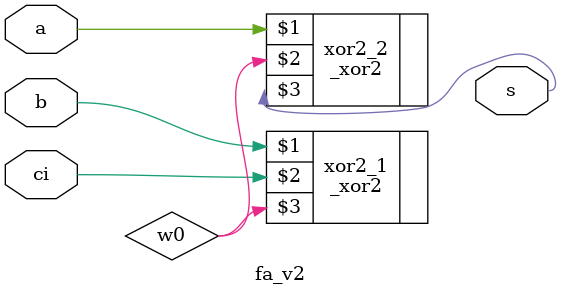
<source format=v>
module fa_v2(a,b,ci,s);// full adder design removed carryout
	input a,b,ci;
	output s;
	wire w0;
	
_xor2 xor2_1(b,ci,w0);
_xor2 xor2_2(a,w0,s);
//calling modules from gates.v

endmodule 

</source>
